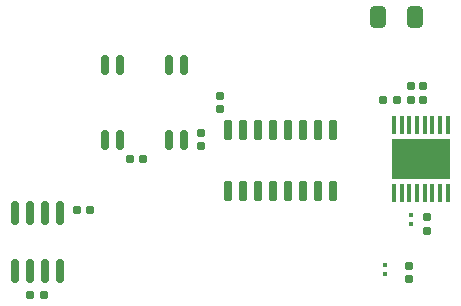
<source format=gbr>
%TF.GenerationSoftware,KiCad,Pcbnew,8.0.2*%
%TF.CreationDate,2024-05-14T20:45:44-05:00*%
%TF.ProjectId,Uno_R4_LCC_Shield,556e6f5f-5234-45f4-9c43-435f53686965,rev?*%
%TF.SameCoordinates,Original*%
%TF.FileFunction,Paste,Top*%
%TF.FilePolarity,Positive*%
%FSLAX46Y46*%
G04 Gerber Fmt 4.6, Leading zero omitted, Abs format (unit mm)*
G04 Created by KiCad (PCBNEW 8.0.2) date 2024-05-14 20:45:44*
%MOMM*%
%LPD*%
G01*
G04 APERTURE LIST*
G04 Aperture macros list*
%AMRoundRect*
0 Rectangle with rounded corners*
0 $1 Rounding radius*
0 $2 $3 $4 $5 $6 $7 $8 $9 X,Y pos of 4 corners*
0 Add a 4 corners polygon primitive as box body*
4,1,4,$2,$3,$4,$5,$6,$7,$8,$9,$2,$3,0*
0 Add four circle primitives for the rounded corners*
1,1,$1+$1,$2,$3*
1,1,$1+$1,$4,$5*
1,1,$1+$1,$6,$7*
1,1,$1+$1,$8,$9*
0 Add four rect primitives between the rounded corners*
20,1,$1+$1,$2,$3,$4,$5,0*
20,1,$1+$1,$4,$5,$6,$7,0*
20,1,$1+$1,$6,$7,$8,$9,0*
20,1,$1+$1,$8,$9,$2,$3,0*%
G04 Aperture macros list end*
%ADD10C,0.000000*%
%ADD11RoundRect,0.155000X-0.155000X0.212500X-0.155000X-0.212500X0.155000X-0.212500X0.155000X0.212500X0*%
%ADD12RoundRect,0.150000X-0.150000X0.662500X-0.150000X-0.662500X0.150000X-0.662500X0.150000X0.662500X0*%
%ADD13RoundRect,0.155000X0.212500X0.155000X-0.212500X0.155000X-0.212500X-0.155000X0.212500X-0.155000X0*%
%ADD14R,0.449999X1.500000*%
%ADD15R,5.000000X3.400001*%
%ADD16RoundRect,0.155000X-0.212500X-0.155000X0.212500X-0.155000X0.212500X0.155000X-0.212500X0.155000X0*%
%ADD17RoundRect,0.067500X-0.067500X0.137500X-0.067500X-0.137500X0.067500X-0.137500X0.067500X0.137500X0*%
%ADD18RoundRect,0.250000X0.412500X0.650000X-0.412500X0.650000X-0.412500X-0.650000X0.412500X-0.650000X0*%
%ADD19RoundRect,0.150000X0.150000X-0.725000X0.150000X0.725000X-0.150000X0.725000X-0.150000X-0.725000X0*%
%ADD20RoundRect,0.150000X0.150000X-0.825000X0.150000X0.825000X-0.150000X0.825000X-0.150000X-0.825000X0*%
%ADD21RoundRect,0.155000X0.155000X-0.212500X0.155000X0.212500X-0.155000X0.212500X-0.155000X-0.212500X0*%
G04 APERTURE END LIST*
D10*
%TO.C,U3*%
G36*
X153235399Y-41770945D02*
G01*
X153244629Y-41773744D01*
X153253133Y-41778290D01*
X153260591Y-41784409D01*
X153266710Y-41791867D01*
X153271256Y-41800371D01*
X153274055Y-41809601D01*
X153275000Y-41819200D01*
X153275000Y-44180800D01*
X153274055Y-44190399D01*
X153271256Y-44199629D01*
X153266710Y-44208133D01*
X153260591Y-44215591D01*
X153253133Y-44221710D01*
X153244629Y-44226256D01*
X153235399Y-44229055D01*
X153225800Y-44230000D01*
X149774200Y-44230000D01*
X149764601Y-44229055D01*
X149755371Y-44226256D01*
X149746867Y-44221710D01*
X149739409Y-44215591D01*
X149733290Y-44208133D01*
X149728744Y-44199629D01*
X149725945Y-44190399D01*
X149725000Y-44180800D01*
X149725000Y-41819200D01*
X149725945Y-41809601D01*
X149728744Y-41800371D01*
X149733290Y-41791867D01*
X149739409Y-41784409D01*
X149746867Y-41778290D01*
X149755371Y-41773744D01*
X149764601Y-41770945D01*
X149774200Y-41770000D01*
X153225800Y-41770000D01*
X153235399Y-41770945D01*
G37*
%TD*%
D11*
%TO.C,C3*%
X150700000Y-36832500D03*
X150700000Y-37967500D03*
%TD*%
%TO.C,C7*%
X150500000Y-52032500D03*
X150500000Y-53167500D03*
%TD*%
D12*
%TO.C,U1*%
X126035000Y-35012500D03*
X124765000Y-35012500D03*
X124765000Y-41387500D03*
X126035000Y-41387500D03*
%TD*%
%TO.C,U4*%
X131435000Y-35012500D03*
X130165000Y-35012500D03*
X130165000Y-41387500D03*
X131435000Y-41387500D03*
%TD*%
D13*
%TO.C,C6*%
X149467500Y-38000000D03*
X148332500Y-38000000D03*
%TD*%
D14*
%TO.C,U3*%
X149225001Y-45899999D03*
X149875002Y-45899999D03*
X150525001Y-45899999D03*
X151175002Y-45899999D03*
X151825001Y-45899999D03*
X152475002Y-45899999D03*
X153125001Y-45899999D03*
X153775002Y-45899999D03*
X153775002Y-40100001D03*
X153125001Y-40100001D03*
X152475002Y-40100001D03*
X151825001Y-40100001D03*
X151175002Y-40100001D03*
X150525001Y-40100001D03*
X149875002Y-40100001D03*
X149225001Y-40100001D03*
D15*
X151500000Y-43000000D03*
%TD*%
D13*
%TO.C,C12*%
X119567500Y-54500000D03*
X118432500Y-54500000D03*
%TD*%
D16*
%TO.C,C1*%
X126832500Y-43000000D03*
X127967500Y-43000000D03*
%TD*%
D17*
%TO.C,R1*%
X150700000Y-47737500D03*
X150700000Y-48462500D03*
%TD*%
D16*
%TO.C,C8*%
X122365000Y-47300000D03*
X123500000Y-47300000D03*
%TD*%
D18*
%TO.C,C4*%
X150962500Y-31000000D03*
X147837500Y-31000000D03*
%TD*%
D17*
%TO.C,R2*%
X148500000Y-51975000D03*
X148500000Y-52700000D03*
%TD*%
D11*
%TO.C,C9*%
X132900000Y-40765000D03*
X132900000Y-41900000D03*
%TD*%
D19*
%TO.C,U2*%
X135210000Y-45650000D03*
X136480000Y-45650000D03*
X137750000Y-45650000D03*
X139020000Y-45650000D03*
X140290000Y-45650000D03*
X141560000Y-45650000D03*
X142830000Y-45650000D03*
X144100000Y-45650000D03*
X144100000Y-40500000D03*
X142830000Y-40500000D03*
X141560000Y-40500000D03*
X140290000Y-40500000D03*
X139020000Y-40500000D03*
X137750000Y-40500000D03*
X136480000Y-40500000D03*
X135210000Y-40500000D03*
%TD*%
D20*
%TO.C,U7*%
X117095000Y-52475000D03*
X118365000Y-52475000D03*
X119635000Y-52475000D03*
X120905000Y-52475000D03*
X120905000Y-47525000D03*
X119635000Y-47525000D03*
X118365000Y-47525000D03*
X117095000Y-47525000D03*
%TD*%
D21*
%TO.C,C2*%
X134500000Y-38767500D03*
X134500000Y-37632500D03*
%TD*%
D11*
%TO.C,C11*%
X152000000Y-47932500D03*
X152000000Y-49067500D03*
%TD*%
D21*
%TO.C,C5*%
X151700000Y-37967500D03*
X151700000Y-36832500D03*
%TD*%
M02*

</source>
